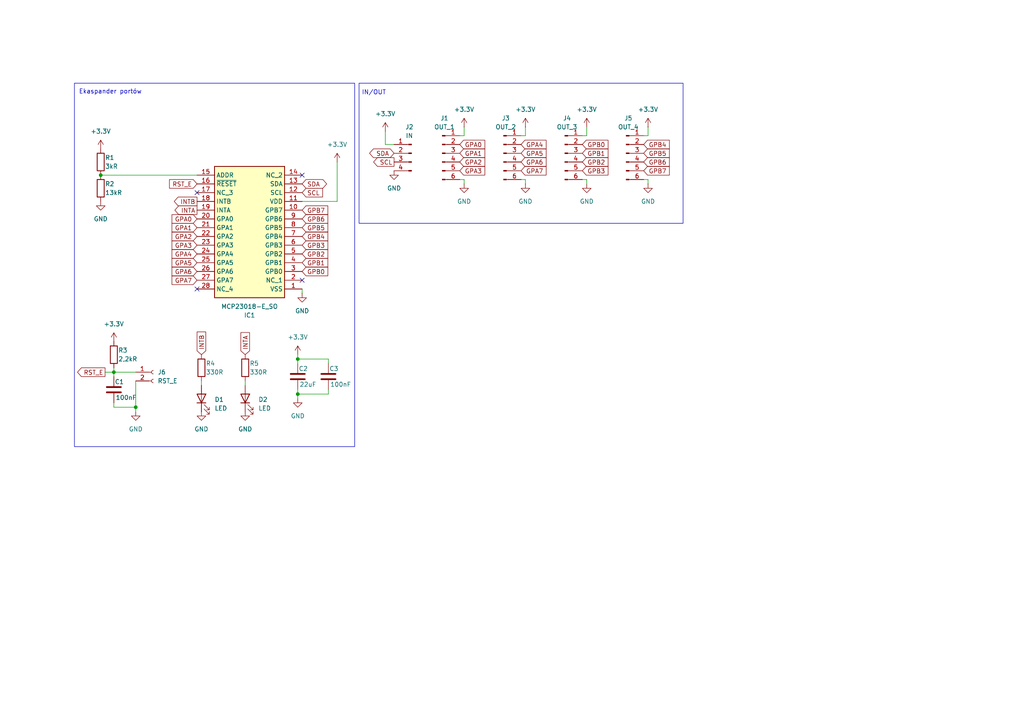
<source format=kicad_sch>
(kicad_sch (version 20231120) (generator "eeschema") (generator_version "8.0")
  (paper "A4")
  (lib_symbols
    (symbol "+3.3V_1" (power) (pin_numbers hide) (pin_names (offset 0) hide)
      (property "Value" "+3.3V" (at 0 3.556 0))
      (symbol "+3.3V_1_0_1"
        (polyline (pts (xy -0.762 1.27) (xy 0 2.54)))
        (polyline (pts (xy 0 0) (xy 0 2.54)))
        (polyline (pts (xy 0 2.54) (xy 0.762 1.27)))
      )
      (symbol "+3.3V_1_1_1"
        (pin power_in line (at 0 0 90) (length 0) (name "~") (number "1"))
      )
    )
    (symbol "Connector:Conn_01x02_Socket" (pin_names (offset 1.016) hide)
      (property "Reference" "J" (at 0 2.54 0))
      (property "Value" "Conn_01x02_Socket" (at 0 -5.08 0))
      (symbol "Conn_01x02_Socket_1_1"
        (arc (start 0 -2.032) (mid -0.5058 -2.54) (end 0 -3.048) (stroke (width 0.1524)))
        (polyline (pts (xy -1.27 -2.54) (xy -0.508 -2.54)) (stroke (width 0.1524)))
        (polyline (pts (xy -1.27 0) (xy -0.508 0)) (stroke (width 0.1524)))
        (arc (start 0 0.508) (mid -0.5058 0) (end 0 -0.508) (stroke (width 0.1524)))
        (pin passive line (at -5.08 0 0) (length 3.81) (name "Pin_1") (number "1"))
        (pin passive line (at -5.08 -2.54 0) (length 3.81) (name "Pin_2") (number "2"))
      )
    )
    (symbol "Connector:Conn_01x04_Pin" (pin_names (offset 1.016) hide)
      (property "Reference" "J" (at 0 5.08 0))
      (property "Value" "Conn_01x04_Pin" (at 0 -7.62 0))
      (symbol "Conn_01x04_Pin_1_1"
        (polyline (pts (xy 1.27 -5.08) (xy 0.8636 -5.08)) (stroke (width 0.1524)))
        (polyline (pts (xy 1.27 -2.54) (xy 0.8636 -2.54)) (stroke (width 0.1524)))
        (polyline (pts (xy 1.27 0) (xy 0.8636 0)) (stroke (width 0.1524)))
        (polyline (pts (xy 1.27 2.54) (xy 0.8636 2.54)) (stroke (width 0.1524)))
        (rectangle (start 0.8636 -4.953) (end 0 -5.207) (stroke (width 0.1524)) (fill (type outline)))
        (rectangle (start 0.8636 -2.413) (end 0 -2.667) (stroke (width 0.1524)) (fill (type outline)))
        (rectangle (start 0.8636 0.127) (end 0 -0.127) (stroke (width 0.1524)) (fill (type outline)))
        (rectangle (start 0.8636 2.667) (end 0 2.413) (stroke (width 0.1524)) (fill (type outline)))
        (pin passive line (at 5.08 2.54 180) (length 3.81) (name "Pin_1") (number "1"))
        (pin passive line (at 5.08 0 180) (length 3.81) (name "Pin_2") (number "2"))
        (pin passive line (at 5.08 -2.54 180) (length 3.81) (name "Pin_3") (number "3"))
        (pin passive line (at 5.08 -5.08 180) (length 3.81) (name "Pin_4") (number "4"))
      )
    )
    (symbol "Connector:Conn_01x06_Pin" (pin_names (offset 1.016) hide)
      (property "Reference" "J" (at 0 7.62 0))
      (property "Value" "Conn_01x06_Pin" (at 0 -10.16 0))
      (symbol "Conn_01x06_Pin_1_1"
        (polyline (pts (xy 1.27 -7.62) (xy 0.8636 -7.62)) (stroke (width 0.1524)))
        (polyline (pts (xy 1.27 -5.08) (xy 0.8636 -5.08)) (stroke (width 0.1524)))
        (polyline (pts (xy 1.27 -2.54) (xy 0.8636 -2.54)) (stroke (width 0.1524)))
        (polyline (pts (xy 1.27 0) (xy 0.8636 0)) (stroke (width 0.1524)))
        (polyline (pts (xy 1.27 2.54) (xy 0.8636 2.54)) (stroke (width 0.1524)))
        (polyline (pts (xy 1.27 5.08) (xy 0.8636 5.08)) (stroke (width 0.1524)))
        (rectangle (start 0.8636 -7.493) (end 0 -7.747) (stroke (width 0.1524)) (fill (type outline)))
        (rectangle (start 0.8636 -4.953) (end 0 -5.207) (stroke (width 0.1524)) (fill (type outline)))
        (rectangle (start 0.8636 -2.413) (end 0 -2.667) (stroke (width 0.1524)) (fill (type outline)))
        (rectangle (start 0.8636 0.127) (end 0 -0.127) (stroke (width 0.1524)) (fill (type outline)))
        (rectangle (start 0.8636 2.667) (end 0 2.413) (stroke (width 0.1524)) (fill (type outline)))
        (rectangle (start 0.8636 5.207) (end 0 4.953) (stroke (width 0.1524)) (fill (type outline)))
        (pin passive line (at 5.08 5.08 180) (length 3.81) (name "Pin_1") (number "1"))
        (pin passive line (at 5.08 2.54 180) (length 3.81) (name "Pin_2") (number "2"))
        (pin passive line (at 5.08 0 180) (length 3.81) (name "Pin_3") (number "3"))
        (pin passive line (at 5.08 -2.54 180) (length 3.81) (name "Pin_4") (number "4"))
        (pin passive line (at 5.08 -5.08 180) (length 3.81) (name "Pin_5") (number "5"))
        (pin passive line (at 5.08 -7.62 180) (length 3.81) (name "Pin_6") (number "6"))
      )
    )
    (symbol "Device:C" (pin_numbers hide) (pin_names (offset 0.254))
      (property "Reference" "C" (at 0.635 2.54 0))
      (property "Value" "C" (at 0.635 -2.54 0))
      (symbol "C_0_1"
        (polyline (pts (xy -2.032 -0.762) (xy 2.032 -0.762)) (stroke (width 0.508)))
        (polyline (pts (xy -2.032 0.762) (xy 2.032 0.762)) (stroke (width 0.508)))
      )
      (symbol "C_1_1"
        (pin passive line (at 0 3.81 270) (length 2.794) (name "~") (number "1"))
        (pin passive line (at 0 -3.81 90) (length 2.794) (name "~") (number "2"))
      )
    )
    (symbol "Device:LED" (pin_numbers hide) (pin_names (offset 1.016) hide)
      (property "Reference" "D" (at 0 2.54 0))
      (property "Value" "LED" (at 0 -2.54 0))
      (symbol "LED_0_1"
        (polyline (pts (xy -1.27 -1.27) (xy -1.27 1.27)) (stroke (width 0.254)))
        (polyline (pts (xy -1.27 0) (xy 1.27 0)))
        (polyline (pts (xy 1.27 -1.27) (xy 1.27 1.27) (xy -1.27 0) (xy 1.27 -1.27)) (stroke (width 0.254)))
        (polyline (pts (xy -3.048 -0.762) (xy -4.572 -2.286) (xy -3.81 -2.286) (xy -4.572 -2.286) (xy -4.572 -1.524)))
        (polyline (pts (xy -1.778 -0.762) (xy -3.302 -2.286) (xy -2.54 -2.286) (xy -3.302 -2.286) (xy -3.302 -1.524)))
      )
      (symbol "LED_1_1"
        (pin passive line (at -3.81 0 0) (length 2.54) (name "K") (number "1"))
        (pin passive line (at 3.81 0 180) (length 2.54) (name "A") (number "2"))
      )
    )
    (symbol "Device:R" (pin_numbers hide) (pin_names (offset 0))
      (property "Reference" "R" (at 2.032 0 90))
      (property "Value" "R" (at 0 0 90))
      (symbol "R_0_1"
        (rectangle (start -1.016 -2.54) (end 1.016 2.54) (stroke (width 0.254)))
      )
      (symbol "R_1_1"
        (pin passive line (at 0 3.81 270) (length 1.27) (name "~") (number "1"))
        (pin passive line (at 0 -3.81 90) (length 1.27) (name "~") (number "2"))
      )
    )
    (symbol "GND_1" (power) (pin_numbers hide) (pin_names (offset 0) hide)
      (property "Value" "GND" (at 0 -3.81 0))
      (symbol "GND_1_0_1"
        (polyline (pts (xy 0 0) (xy 0 -1.27) (xy 1.27 -1.27) (xy 0 -2.54) (xy -1.27 -1.27) (xy 0 -1.27)))
      )
      (symbol "GND_1_1_1"
        (pin power_in line (at 0 0 270) (length 0) (name "~") (number "1"))
      )
    )
    (symbol "User_defined_footprints:MCP23018-E_SO"
      (property "Reference" "IC" (at 26.67 7.62 0))
      (property "Value" "MCP23018-E_SO" (at 26.67 5.08 0))
      (symbol "MCP23018-E_SO_1_1"
        (rectangle (start 5.08 2.54) (end 25.4 -35.56) (stroke (width 0.254)) (fill (type background)))
        (pin passive line (at 0 0 0) (length 5.08) (name "VSS") (number "1"))
        (pin passive line (at 0 -22.86 0) (length 5.08) (name "GPB7") (number "10"))
        (pin passive line (at 0 -25.4 0) (length 5.08) (name "VDD") (number "11"))
        (pin passive line (at 0 -27.94 0) (length 5.08) (name "SCL") (number "12"))
        (pin passive line (at 0 -30.48 0) (length 5.08) (name "SDA") (number "13"))
        (pin passive line (at 0 -33.02 0) (length 5.08) (name "NC_2") (number "14"))
        (pin passive line (at 30.48 -33.02 180) (length 5.08) (name "ADDR") (number "15"))
        (pin passive line (at 30.48 -30.48 180) (length 5.08) (name "~{RESET}") (number "16"))
        (pin passive line (at 30.48 -27.94 180) (length 5.08) (name "NC_3") (number "17"))
        (pin passive line (at 30.48 -25.4 180) (length 5.08) (name "INTB") (number "18"))
        (pin passive line (at 30.48 -22.86 180) (length 5.08) (name "INTA") (number "19"))
        (pin passive line (at 0 -2.54 0) (length 5.08) (name "NC_1") (number "2"))
        (pin passive line (at 30.48 -20.32 180) (length 5.08) (name "GPA0") (number "20"))
        (pin passive line (at 30.48 -17.78 180) (length 5.08) (name "GPA1") (number "21"))
        (pin passive line (at 30.48 -15.24 180) (length 5.08) (name "GPA2") (number "22"))
        (pin passive line (at 30.48 -12.7 180) (length 5.08) (name "GPA3") (number "23"))
        (pin passive line (at 30.48 -10.16 180) (length 5.08) (name "GPA4") (number "24"))
        (pin passive line (at 30.48 -7.62 180) (length 5.08) (name "GPA5") (number "25"))
        (pin passive line (at 30.48 -5.08 180) (length 5.08) (name "GPA6") (number "26"))
        (pin passive line (at 30.48 -2.54 180) (length 5.08) (name "GPA7") (number "27"))
        (pin passive line (at 30.48 0 180) (length 5.08) (name "NC_4") (number "28"))
        (pin passive line (at 0 -5.08 0) (length 5.08) (name "GPB0") (number "3"))
        (pin passive line (at 0 -7.62 0) (length 5.08) (name "GPB1") (number "4"))
        (pin passive line (at 0 -10.16 0) (length 5.08) (name "GPB2") (number "5"))
        (pin passive line (at 0 -12.7 0) (length 5.08) (name "GPB3") (number "6"))
        (pin passive line (at 0 -15.24 0) (length 5.08) (name "GPB4") (number "7"))
        (pin passive line (at 0 -17.78 0) (length 5.08) (name "GPB5") (number "8"))
        (pin passive line (at 0 -20.32 0) (length 5.08) (name "GPB6") (number "9"))
      )
    )
    (symbol "power:GND" (power) (pin_names (offset 0))
      (property "Value" "GND" (at 0 -3.81 0))
      (symbol "GND_0_1"
        (polyline (pts (xy 0 0) (xy 0 -1.27) (xy 1.27 -1.27) (xy 0 -2.54) (xy -1.27 -1.27) (xy 0 -1.27)))
      )
      (symbol "GND_1_1"
        (pin power_in line (at 0 0 270) (length 0) hide (name "GND") (number "1"))
      )
    )
  )
  (junction (at 29.21 50.8))
  (junction (at 86.36 104.14))
  (junction (at 86.36 114.3))
  (junction (at 39.37 118.11))
  (junction (at 33.02 107.95))
  (no_connect (at 87.63 50.8))
  (no_connect (at 57.15 55.88))
  (no_connect (at 87.63 81.28))
  (no_connect (at 57.15 83.82))
  (wire (pts (xy 86.36 113.03) (xy 86.36 114.3)))
  (wire (pts (xy 170.18 52.07) (xy 170.18 53.34)))
  (wire (pts (xy 152.4 52.07) (xy 151.13 52.07)))
  (wire (pts (xy 33.02 109.22) (xy 33.02 107.95)))
  (wire (pts (xy 86.36 102.87) (xy 86.36 104.14)))
  (wire (pts (xy 95.25 114.3) (xy 86.36 114.3)))
  (wire (pts (xy 187.96 39.37) (xy 186.69 39.37)))
  (wire (pts (xy 33.02 118.11) (xy 39.37 118.11)))
  (wire (pts (xy 95.25 113.03) (xy 95.25 114.3)))
  (wire (pts (xy 29.21 50.8) (xy 57.15 50.8)))
  (wire (pts (xy 134.62 52.07) (xy 134.62 53.34)))
  (wire (pts (xy 134.62 36.83) (xy 134.62 39.37)))
  (wire (pts (xy 152.4 52.07) (xy 152.4 53.34)))
  (wire (pts (xy 187.96 52.07) (xy 186.69 52.07)))
  (wire (pts (xy 39.37 119.38) (xy 39.37 118.11)))
  (wire (pts (xy 187.96 36.83) (xy 187.96 39.37)))
  (wire (pts (xy 30.48 107.95) (xy 33.02 107.95)))
  (wire (pts (xy 97.79 46.99) (xy 97.79 58.42)))
  (wire (pts (xy 170.18 52.07) (xy 168.91 52.07)))
  (wire (pts (xy 170.18 39.37) (xy 168.91 39.37)))
  (wire (pts (xy 86.36 114.3) (xy 86.36 115.57)))
  (wire (pts (xy 33.02 118.11) (xy 33.02 116.84)))
  (wire (pts (xy 152.4 39.37) (xy 151.13 39.37)))
  (wire (pts (xy 134.62 52.07) (xy 133.35 52.07)))
  (wire (pts (xy 97.79 58.42) (xy 87.63 58.42)))
  (wire (pts (xy 95.25 105.41) (xy 95.25 104.14)))
  (wire (pts (xy 111.76 38.1) (xy 111.76 41.91)))
  (wire (pts (xy 170.18 36.83) (xy 170.18 39.37)))
  (wire (pts (xy 86.36 104.14) (xy 86.36 105.41)))
  (wire (pts (xy 152.4 36.83) (xy 152.4 39.37)))
  (wire (pts (xy 86.36 104.14) (xy 95.25 104.14)))
  (wire (pts (xy 87.63 85.09) (xy 87.63 83.82)))
  (wire (pts (xy 111.76 41.91) (xy 114.3 41.91)))
  (wire (pts (xy 33.02 107.95) (xy 39.37 107.95)))
  (wire (pts (xy 134.62 39.37) (xy 133.35 39.37)))
  (wire (pts (xy 39.37 110.49) (xy 39.37 118.11)))
  (wire (pts (xy 71.12 111.76) (xy 71.12 110.49)))
  (wire (pts (xy 58.42 111.76) (xy 58.42 110.49)))
  (wire (pts (xy 33.02 106.68) (xy 33.02 107.95)))
  (wire (pts (xy 187.96 52.07) (xy 187.96 53.34)))
  (rectangle (start 21.59 24.13) (end 102.87 129.54))
  (rectangle (start 104.14 24.13) (end 198.12 64.77))
  (text "IN/OUT" (at 108.458 26.924 0) (effects (font (size 1.27 1.27))))
  (text "Ekaspander portów" (at 22.86 27.432 0) (effects (font (size 1.27 1.27)) (justify left bottom)))
  (global_label "GPB4" (shape input) (at 186.69 41.91 0) (property "Intersheetrefs" "${INTERSHEET_REFS}" (effects (hide yes))))
  (global_label "GPA5" (shape input) (at 151.13 44.45 0) (property "Intersheetrefs" "${INTERSHEET_REFS}" (effects (hide yes))))
  (global_label "SDA" (shape bidirectional) (at 114.3 44.45 180) (property "Intersheetrefs" "${INTERSHEET_REFS}" (effects (hide yes))))
  (global_label "GPA6" (shape input) (at 151.13 46.99 0) (property "Intersheetrefs" "${INTERSHEET_REFS}" (effects (hide yes))))
  (global_label "INTA" (shape output) (at 57.15 60.96 180) (property "Intersheetrefs" "${INTERSHEET_REFS}" (effects (hide yes))))
  (global_label "SDA" (shape bidirectional) (at 87.63 53.34 0) (property "Intersheetrefs" "${INTERSHEET_REFS}" (effects (hide yes))))
  (global_label "GPB7" (shape input) (at 186.69 49.53 0) (property "Intersheetrefs" "${INTERSHEET_REFS}" (effects (hide yes))))
  (global_label "SCL" (shape output) (at 114.3 46.99 180) (property "Intersheetrefs" "${INTERSHEET_REFS}" (effects (hide yes))))
  (global_label "SCL" (shape input) (at 87.63 55.88 0) (property "Intersheetrefs" "${INTERSHEET_REFS}" (effects (hide yes))))
  (global_label "RST_E" (shape input) (at 57.15 53.34 180) (property "Intersheetrefs" "${INTERSHEET_REFS}" (effects (hide yes))))
  (global_label "GPA1" (shape input) (at 133.35 44.45 0) (property "Intersheetrefs" "${INTERSHEET_REFS}" (effects (hide yes))))
  (global_label "GPA7" (shape input) (at 57.15 81.28 180) (property "Intersheetrefs" "${INTERSHEET_REFS}" (effects (hide yes))))
  (global_label "GPA2" (shape input) (at 133.35 46.99 0) (property "Intersheetrefs" "${INTERSHEET_REFS}" (effects (hide yes))))
  (global_label "GPA7" (shape input) (at 151.13 49.53 0) (property "Intersheetrefs" "${INTERSHEET_REFS}" (effects (hide yes))))
  (global_label "GPB3" (shape input) (at 87.63 71.12 0) (property "Intersheetrefs" "${INTERSHEET_REFS}" (effects (hide yes))))
  (global_label "INTA" (shape input) (at 71.12 102.87 90) (property "Intersheetrefs" "${INTERSHEET_REFS}" (effects (hide yes))))
  (global_label "GPB0" (shape input) (at 87.63 78.74 0) (property "Intersheetrefs" "${INTERSHEET_REFS}" (effects (hide yes))))
  (global_label "GPA0" (shape input) (at 133.35 41.91 0) (property "Intersheetrefs" "${INTERSHEET_REFS}" (effects (hide yes))))
  (global_label "GPA2" (shape input) (at 57.15 68.58 180) (property "Intersheetrefs" "${INTERSHEET_REFS}" (effects (hide yes))))
  (global_label "RST_E" (shape output) (at 30.48 107.95 180) (property "Intersheetrefs" "${INTERSHEET_REFS}" (effects (hide yes))))
  (global_label "INTB" (shape input) (at 58.42 102.87 90) (property "Intersheetrefs" "${INTERSHEET_REFS}" (effects (hide yes))))
  (global_label "GPB3" (shape input) (at 168.91 49.53 0) (property "Intersheetrefs" "${INTERSHEET_REFS}" (effects (hide yes))))
  (global_label "GPA5" (shape input) (at 57.15 76.2 180) (property "Intersheetrefs" "${INTERSHEET_REFS}" (effects (hide yes))))
  (global_label "GPB1" (shape input) (at 168.91 44.45 0) (property "Intersheetrefs" "${INTERSHEET_REFS}" (effects (hide yes))))
  (global_label "GPB2" (shape input) (at 168.91 46.99 0) (property "Intersheetrefs" "${INTERSHEET_REFS}" (effects (hide yes))))
  (global_label "GPB4" (shape input) (at 87.63 68.58 0) (property "Intersheetrefs" "${INTERSHEET_REFS}" (effects (hide yes))))
  (global_label "GPB6" (shape input) (at 186.69 46.99 0) (property "Intersheetrefs" "${INTERSHEET_REFS}" (effects (hide yes))))
  (global_label "GPA3" (shape input) (at 57.15 71.12 180) (property "Intersheetrefs" "${INTERSHEET_REFS}" (effects (hide yes))))
  (global_label "GPB1" (shape input) (at 87.63 76.2 0) (property "Intersheetrefs" "${INTERSHEET_REFS}" (effects (hide yes))))
  (global_label "GPB5" (shape input) (at 186.69 44.45 0) (property "Intersheetrefs" "${INTERSHEET_REFS}" (effects (hide yes))))
  (global_label "GPB5" (shape input) (at 87.63 66.04 0) (property "Intersheetrefs" "${INTERSHEET_REFS}" (effects (hide yes))))
  (global_label "GPA1" (shape input) (at 57.15 66.04 180) (property "Intersheetrefs" "${INTERSHEET_REFS}" (effects (hide yes))))
  (global_label "GPA0" (shape input) (at 57.15 63.5 180) (property "Intersheetrefs" "${INTERSHEET_REFS}" (effects (hide yes))))
  (global_label "GPB7" (shape input) (at 87.63 60.96 0) (property "Intersheetrefs" "${INTERSHEET_REFS}" (effects (hide yes))))
  (global_label "GPA3" (shape input) (at 133.35 49.53 0) (property "Intersheetrefs" "${INTERSHEET_REFS}" (effects (hide yes))))
  (global_label "GPA4" (shape input) (at 151.13 41.91 0) (property "Intersheetrefs" "${INTERSHEET_REFS}" (effects (hide yes))))
  (global_label "GPB0" (shape input) (at 168.91 41.91 0) (property "Intersheetrefs" "${INTERSHEET_REFS}" (effects (hide yes))))
  (global_label "GPB6" (shape input) (at 87.63 63.5 0) (property "Intersheetrefs" "${INTERSHEET_REFS}" (effects (hide yes))))
  (global_label "GPA4" (shape input) (at 57.15 73.66 180) (property "Intersheetrefs" "${INTERSHEET_REFS}" (effects (hide yes))))
  (global_label "INTB" (shape output) (at 57.15 58.42 180) (property "Intersheetrefs" "${INTERSHEET_REFS}" (effects (hide yes))))
  (global_label "GPA6" (shape input) (at 57.15 78.74 180) (property "Intersheetrefs" "${INTERSHEET_REFS}" (effects (hide yes))))
  (global_label "GPB2" (shape input) (at 87.63 73.66 0) (property "Intersheetrefs" "${INTERSHEET_REFS}" (effects (hide yes))))
  (symbol (lib_id "Device:R") (at 71.12 106.68 0) (unit 1)
    (property "Reference" "R5" (at 72.39 105.41 0) (effects (justify left)))
    (property "Value" "330R" (at 72.39 107.95 0) (effects (justify left)))
    (property "Footprint" "Resistor_SMD:R_0402_1005Metric_Pad0.72x0.64mm_HandSolder" (effects (hide yes)))
  )
  (symbol (lib_name "GND_1") (lib_id "power:GND") (at 170.18 53.34 0) (unit 1)
    (property "Reference" "#PWR012" (effects (hide yes)))
    (property "Value" "GND" (at 170.18 58.42 0))
    (property "Description" "Power symbol creates a global label with name \"GND\" , ground" (effects (hide yes)))
  )
  (symbol (lib_id "Device:R") (at 29.21 46.99 0) (unit 1)
    (property "Reference" "R1" (at 30.48 45.72 0) (effects (justify left)))
    (property "Value" "3kR" (at 30.48 48.26 0) (effects (justify left)))
    (property "Footprint" "Resistor_SMD:R_0402_1005Metric_Pad0.72x0.64mm_HandSolder" (effects (hide yes)))
  )
  (symbol (lib_name "GND_1") (lib_id "power:GND") (at 87.63 85.09 0) (unit 1)
    (property "Reference" "#PWR05" (effects (hide yes)))
    (property "Value" "GND" (at 87.63 90.17 0))
    (property "Description" "Power symbol creates a global label with name \"GND\" , ground" (effects (hide yes)))
  )
  (symbol (lib_name "GND_1") (lib_id "power:GND") (at 134.62 53.34 0) (unit 1)
    (property "Reference" "#PWR08" (effects (hide yes)))
    (property "Value" "GND" (at 134.62 58.42 0))
    (property "Description" "Power symbol creates a global label with name \"GND\" , ground" (effects (hide yes)))
  )
  (symbol (lib_id "Device:R") (at 58.42 106.68 0) (unit 1)
    (property "Reference" "R4" (at 59.69 105.41 0) (effects (justify left)))
    (property "Value" "330R" (at 59.69 107.95 0) (effects (justify left)))
    (property "Footprint" "Resistor_SMD:R_0402_1005Metric_Pad0.72x0.64mm_HandSolder" (effects (hide yes)))
  )
  (symbol (lib_id "Device:R") (at 33.02 102.87 0) (unit 1)
    (property "Reference" "R3" (at 34.29 101.6 0) (effects (justify left)))
    (property "Value" "2,2kR" (at 34.29 104.14 0) (effects (justify left)))
    (property "Footprint" "Resistor_SMD:R_0402_1005Metric_Pad0.72x0.64mm_HandSolder" (effects (hide yes)))
  )
  (symbol (lib_name "+3.3V_1") (lib_id "power:+3.3V") (at 33.02 99.06 0) (unit 1)
    (property "Reference" "#PWR015" (effects (hide yes)))
    (property "Value" "+3.3V" (at 33.02 93.98 0))
    (property "Description" "Power symbol creates a global label with name \"+3.3V\"" (effects (hide yes)))
  )
  (symbol (lib_name "GND_1") (lib_id "power:GND") (at 86.36 115.57 0) (unit 1)
    (property "Reference" "#PWR020" (effects (hide yes)))
    (property "Value" "GND" (at 86.36 120.65 0))
    (property "Description" "Power symbol creates a global label with name \"GND\" , ground" (effects (hide yes)))
  )
  (symbol (lib_name "+3.3V_1") (lib_id "power:+3.3V") (at 152.4 36.83 0) (unit 1)
    (property "Reference" "#PWR09" (effects (hide yes)))
    (property "Value" "+3.3V" (at 152.4 31.75 0))
    (property "Description" "Power symbol creates a global label with name \"+3.3V\"" (effects (hide yes)))
  )
  (symbol (lib_id "Device:LED") (at 58.42 115.57 90) (unit 1)
    (property "Reference" "D1" (at 62.23 115.8874 90) (effects (justify right)))
    (property "Value" "LED" (at 62.23 118.4274 90) (effects (justify right)))
    (property "Footprint" "LED_SMD:LED_0402_1005Metric_Pad0.77x0.64mm_HandSolder" (effects (hide yes)))
    (property "Description" "Light emitting diode" (effects (hide yes)))
  )
  (symbol (lib_id "User_defined_footprints:MCP23018-E_SO") (at 87.63 83.82 180) (unit 1)
    (property "Reference" "IC1" (at 72.39 91.44 0))
    (property "Value" "MCP23018-E_SO" (at 72.39 88.9 0))
    (property "Footprint" "User_defined_footprints:SOIC127P1030X265-28N" (effects (hide yes)))
    (property "Datasheet" "https://datasheet.datasheetarchive.com/originals/distributors/SFDatasheet-7/sf-000145813.pdf" (effects (hide yes)))
    (property "Description" "I/O Expander 16Bit I2C Open-Drain SOIC28" (effects (hide yes)))
    (property "Height" "2.65" (effects (hide yes)))
    (property "Manufacturer_Name" "Microchip" (effects (hide yes)))
    (property "Manufacturer_Part_Number" "MCP23018-E/SO" (effects (hide yes)))
  )
  (symbol (lib_id "power:GND") (at 29.21 58.42 0) (unit 1)
    (property "Reference" "#PWR02" (effects (hide yes)))
    (property "Value" "GND" (at 29.21 63.5 0))
  )
  (symbol (lib_name "GND_1") (lib_id "power:GND") (at 114.3 49.53 0) (unit 1)
    (property "Reference" "#PWR06" (effects (hide yes)))
    (property "Value" "GND" (at 114.3 54.61 0))
    (property "Description" "Power symbol creates a global label with name \"GND\" , ground" (effects (hide yes)))
  )
  (symbol (lib_name "+3.3V_1") (lib_id "power:+3.3V") (at 170.18 36.83 0) (unit 1)
    (property "Reference" "#PWR011" (effects (hide yes)))
    (property "Value" "+3.3V" (at 170.18 31.75 0))
    (property "Description" "Power symbol creates a global label with name \"+3.3V\"" (effects (hide yes)))
  )
  (symbol (lib_id "Device:R") (at 29.21 54.61 0) (unit 1)
    (property "Reference" "R2" (at 30.48 53.34 0) (effects (justify left)))
    (property "Value" "13kR" (at 30.48 55.88 0) (effects (justify left)))
    (property "Footprint" "Resistor_SMD:R_0402_1005Metric_Pad0.72x0.64mm_HandSolder" (effects (hide yes)))
  )
  (symbol (lib_name "+3.3V_1") (lib_id "power:+3.3V") (at 86.36 102.87 0) (unit 1)
    (property "Reference" "#PWR019" (effects (hide yes)))
    (property "Value" "+3.3V" (at 86.36 97.79 0))
    (property "Description" "Power symbol creates a global label with name \"+3.3V\"" (effects (hide yes)))
  )
  (symbol (lib_id "Device:LED") (at 71.12 115.57 90) (unit 1)
    (property "Reference" "D2" (at 74.93 115.8874 90) (effects (justify right)))
    (property "Value" "LED" (at 74.93 118.4274 90) (effects (justify right)))
    (property "Footprint" "LED_SMD:LED_0402_1005Metric_Pad0.77x0.64mm_HandSolder" (effects (hide yes)))
    (property "Description" "Light emitting diode" (effects (hide yes)))
  )
  (symbol (lib_id "Connector:Conn_01x04_Pin") (at 119.38 44.45 0) (mirror y) (unit 1)
    (property "Reference" "J2" (at 118.745 36.83 0))
    (property "Value" "IN" (at 118.745 39.37 0))
    (property "Footprint" "Connector_JST:JST_EH_B4B-EH-A_1x04_P2.50mm_Vertical" (effects (hide yes)))
    (property "Description" "Generic connector, single row, 01x04, script generated" (effects (hide yes)))
  )
  (symbol (lib_name "GND_1") (lib_id "power:GND") (at 187.96 53.34 0) (unit 1)
    (property "Reference" "#PWR014" (effects (hide yes)))
    (property "Value" "GND" (at 187.96 58.42 0))
    (property "Description" "Power symbol creates a global label with name \"GND\" , ground" (effects (hide yes)))
  )
  (symbol (lib_name "GND_1") (lib_id "power:GND") (at 58.42 119.38 0) (unit 1)
    (property "Reference" "#PWR017" (effects (hide yes)))
    (property "Value" "GND" (at 58.42 124.46 0))
    (property "Description" "Power symbol creates a global label with name \"GND\" , ground" (effects (hide yes)))
  )
  (symbol (lib_id "Device:C") (at 95.25 109.22 0) (unit 1)
    (property "Reference" "C3" (at 95.504 106.934 0) (effects (justify left)))
    (property "Value" "100nF" (at 95.758 111.506 0) (effects (justify left)))
    (property "Footprint" "Capacitor_SMD:C_0402_1005Metric_Pad0.74x0.62mm_HandSolder" (effects (hide yes)))
    (property "Description" "Unpolarized capacitor" (effects (hide yes)))
  )
  (symbol (lib_name "+3.3V_1") (lib_id "power:+3.3V") (at 29.21 43.18 0) (unit 1)
    (property "Reference" "#PWR01" (effects (hide yes)))
    (property "Value" "+3.3V" (at 29.21 38.1 0))
    (property "Description" "Power symbol creates a global label with name \"+3.3V\"" (effects (hide yes)))
  )
  (symbol (lib_name "GND_1") (lib_id "power:GND") (at 71.12 119.38 0) (unit 1)
    (property "Reference" "#PWR018" (effects (hide yes)))
    (property "Value" "GND" (at 71.12 124.46 0))
    (property "Description" "Power symbol creates a global label with name \"GND\" , ground" (effects (hide yes)))
  )
  (symbol (lib_id "Device:C") (at 86.36 109.22 0) (unit 1)
    (property "Reference" "C2" (at 86.614 106.934 0) (effects (justify left)))
    (property "Value" "22uF" (at 86.868 111.506 0) (effects (justify left)))
    (property "Footprint" "Capacitor_SMD:C_0402_1005Metric_Pad0.74x0.62mm_HandSolder" (effects (hide yes)))
    (property "Description" "Unpolarized capacitor" (effects (hide yes)))
  )
  (symbol (lib_name "GND_1") (lib_id "power:GND") (at 39.37 119.38 0) (unit 1)
    (property "Reference" "#PWR016" (effects (hide yes)))
    (property "Value" "GND" (at 39.37 124.46 0))
    (property "Description" "Power symbol creates a global label with name \"GND\" , ground" (effects (hide yes)))
  )
  (symbol (lib_id "Connector:Conn_01x02_Socket") (at 44.45 107.95 0) (unit 1)
    (property "Reference" "J6" (at 45.72 107.9499 0) (effects (justify left)))
    (property "Value" "RST_E" (at 45.72 110.4899 0) (effects (justify left)))
    (property "Footprint" "Connector_PinSocket_2.54mm:PinSocket_1x02_P2.54mm_Vertical" (effects (hide yes)))
    (property "Description" "Generic connector, single row, 01x02, script generated" (effects (hide yes)))
  )
  (symbol (lib_name "+3.3V_1") (lib_id "power:+3.3V") (at 97.79 46.99 0) (unit 1)
    (property "Reference" "#PWR04" (effects (hide yes)))
    (property "Value" "+3.3V" (at 97.79 41.91 0))
    (property "Description" "Power symbol creates a global label with name \"+3.3V\"" (effects (hide yes)))
  )
  (symbol (lib_name "+3.3V_1") (lib_id "power:+3.3V") (at 134.62 36.83 0) (unit 1)
    (property "Reference" "#PWR07" (effects (hide yes)))
    (property "Value" "+3.3V" (at 134.62 31.75 0))
    (property "Description" "Power symbol creates a global label with name \"+3.3V\"" (effects (hide yes)))
  )
  (symbol (lib_name "+3.3V_1") (lib_id "power:+3.3V") (at 187.96 36.83 0) (unit 1)
    (property "Reference" "#PWR013" (effects (hide yes)))
    (property "Value" "+3.3V" (at 187.96 31.75 0))
    (property "Description" "Power symbol creates a global label with name \"+3.3V\"" (effects (hide yes)))
  )
  (symbol (lib_name "GND_1") (lib_id "power:GND") (at 152.4 53.34 0) (unit 1)
    (property "Reference" "#PWR010" (effects (hide yes)))
    (property "Value" "GND" (at 152.4 58.42 0))
    (property "Description" "Power symbol creates a global label with name \"GND\" , ground" (effects (hide yes)))
  )
  (symbol (lib_id "Connector:Conn_01x06_Pin") (at 128.27 44.45 0) (unit 1)
    (property "Reference" "J1" (at 128.905 34.29 0))
    (property "Value" "OUT_1" (at 128.905 36.83 0))
    (property "Footprint" "Connector_JST:JST_EH_B6B-EH-A_1x06_P2.50mm_Vertical" (effects (hide yes)))
    (property "Description" "Generic connector, single row, 01x06, script generated" (effects (hide yes)))
  )
  (symbol (lib_id "Connector:Conn_01x06_Pin") (at 163.83 44.45 0) (unit 1)
    (property "Reference" "J4" (at 164.465 34.29 0))
    (property "Value" "OUT_3" (at 164.465 36.83 0))
    (property "Footprint" "Connector_JST:JST_EH_B6B-EH-A_1x06_P2.50mm_Vertical" (effects (hide yes)))
    (property "Description" "Generic connector, single row, 01x06, script generated" (effects (hide yes)))
  )
  (symbol (lib_name "+3.3V_1") (lib_id "power:+3.3V") (at 111.76 38.1 0) (unit 1)
    (property "Reference" "#PWR03" (effects (hide yes)))
    (property "Value" "+3.3V" (at 111.76 33.02 0))
    (property "Description" "Power symbol creates a global label with name \"+3.3V\"" (effects (hide yes)))
  )
  (symbol (lib_id "Device:C") (at 33.02 113.03 0) (unit 1)
    (property "Reference" "C1" (at 33.274 110.744 0) (effects (justify left)))
    (property "Value" "100nF" (at 33.528 115.316 0) (effects (justify left)))
    (property "Footprint" "Capacitor_SMD:C_0402_1005Metric_Pad0.74x0.62mm_HandSolder" (effects (hide yes)))
    (property "Description" "Unpolarized capacitor" (effects (hide yes)))
  )
  (symbol (lib_id "Connector:Conn_01x06_Pin") (at 146.05 44.45 0) (unit 1)
    (property "Reference" "J3" (at 146.685 34.29 0))
    (property "Value" "OUT_2" (at 146.685 36.83 0))
    (property "Footprint" "Connector_JST:JST_EH_B6B-EH-A_1x06_P2.50mm_Vertical" (effects (hide yes)))
    (property "Description" "Generic connector, single row, 01x06, script generated" (effects (hide yes)))
  )
  (symbol (lib_id "Connector:Conn_01x06_Pin") (at 181.61 44.45 0) (unit 1)
    (property "Reference" "J5" (at 182.245 34.29 0))
    (property "Value" "OUT_4" (at 182.245 36.83 0))
    (property "Footprint" "Connector_JST:JST_EH_B6B-EH-A_1x06_P2.50mm_Vertical" (effects (hide yes)))
    (property "Description" "Generic connector, single row, 01x06, script generated" (effects (hide yes)))
  )
)
</source>
